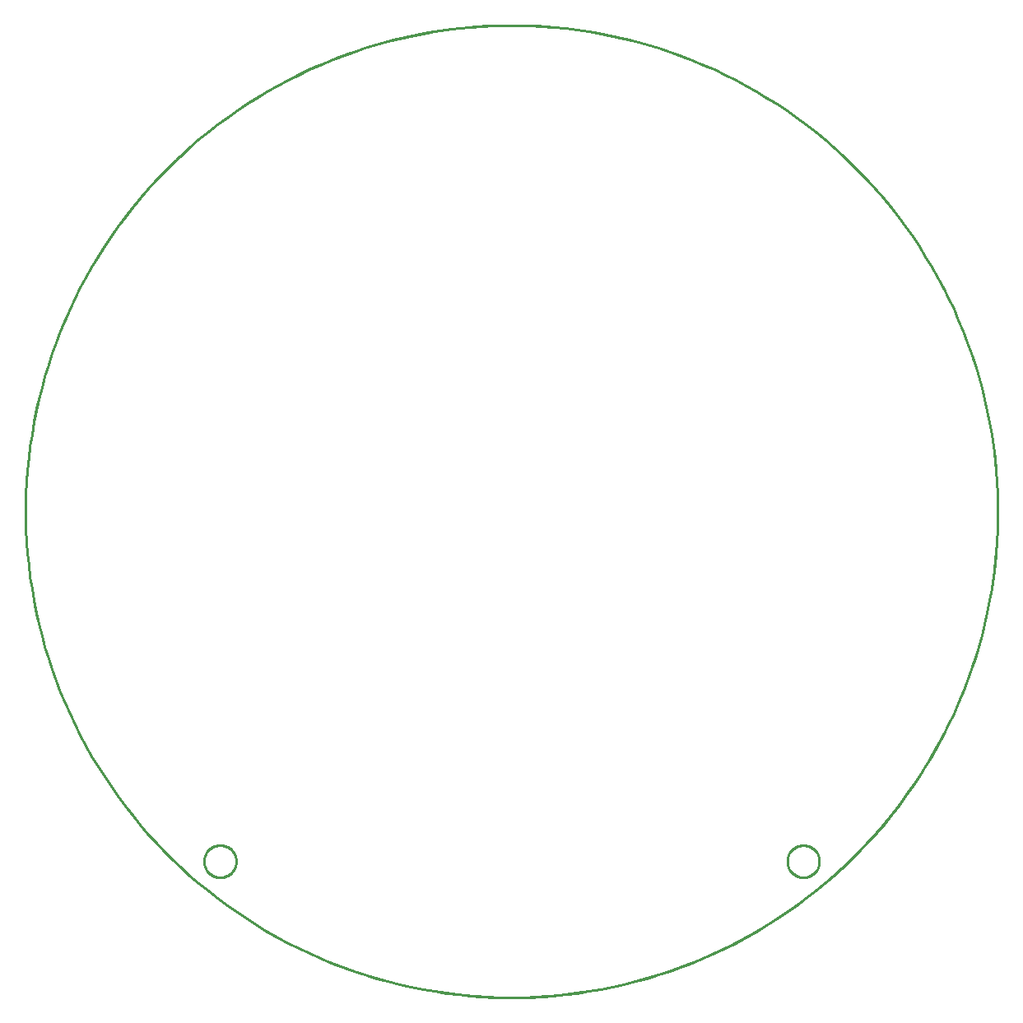
<source format=gko>
G04 EAGLE Gerber RS-274X export*
G75*
%MOMM*%
%FSLAX34Y34*%
%LPD*%
%INBoard Outline*%
%IPPOS*%
%AMOC8*
5,1,8,0,0,1.08239X$1,22.5*%
G01*
%ADD10C,0.152400*%
%ADD11C,0.000000*%
%ADD12C,0.254000*%


D10*
X0Y500000D02*
X151Y512271D01*
X602Y524534D01*
X1355Y536782D01*
X2408Y549009D01*
X3760Y561205D01*
X5412Y573365D01*
X7361Y585481D01*
X9607Y597545D01*
X12149Y609551D01*
X14984Y621490D01*
X18112Y633356D01*
X21530Y645142D01*
X25236Y656841D01*
X29228Y668445D01*
X33504Y679948D01*
X38060Y691342D01*
X42895Y702621D01*
X48005Y713778D01*
X53388Y724806D01*
X59039Y735698D01*
X64957Y746449D01*
X71136Y757051D01*
X77573Y767499D01*
X84265Y777785D01*
X91208Y787904D01*
X98396Y797850D01*
X105827Y807616D01*
X113495Y817197D01*
X121396Y826586D01*
X129524Y835779D01*
X137876Y844770D01*
X146447Y853553D01*
X155230Y862124D01*
X164221Y870476D01*
X173414Y878604D01*
X182803Y886505D01*
X192384Y894173D01*
X202150Y901604D01*
X212096Y908792D01*
X222215Y915735D01*
X232501Y922427D01*
X242949Y928864D01*
X253551Y935043D01*
X264302Y940961D01*
X275194Y946612D01*
X286222Y951995D01*
X297379Y957105D01*
X308658Y961940D01*
X320052Y966496D01*
X331555Y970772D01*
X343159Y974764D01*
X354858Y978470D01*
X366644Y981888D01*
X378510Y985016D01*
X390449Y987851D01*
X402455Y990393D01*
X414519Y992639D01*
X426635Y994588D01*
X438795Y996240D01*
X450991Y997592D01*
X463218Y998645D01*
X475466Y999398D01*
X487729Y999849D01*
X500000Y1000000D01*
X512271Y999849D01*
X524534Y999398D01*
X536782Y998645D01*
X549009Y997592D01*
X561205Y996240D01*
X573365Y994588D01*
X585481Y992639D01*
X597545Y990393D01*
X609551Y987851D01*
X621490Y985016D01*
X633356Y981888D01*
X645142Y978470D01*
X656841Y974764D01*
X668445Y970772D01*
X679948Y966496D01*
X691342Y961940D01*
X702621Y957105D01*
X713778Y951995D01*
X724806Y946612D01*
X735698Y940961D01*
X746449Y935043D01*
X757051Y928864D01*
X767499Y922427D01*
X777785Y915735D01*
X787904Y908792D01*
X797850Y901604D01*
X807616Y894173D01*
X817197Y886505D01*
X826586Y878604D01*
X835779Y870476D01*
X844770Y862124D01*
X853553Y853553D01*
X862124Y844770D01*
X870476Y835779D01*
X878604Y826586D01*
X886505Y817197D01*
X894173Y807616D01*
X901604Y797850D01*
X908792Y787904D01*
X915735Y777785D01*
X922427Y767499D01*
X928864Y757051D01*
X935043Y746449D01*
X940961Y735698D01*
X946612Y724806D01*
X951995Y713778D01*
X957105Y702621D01*
X961940Y691342D01*
X966496Y679948D01*
X970772Y668445D01*
X974764Y656841D01*
X978470Y645142D01*
X981888Y633356D01*
X985016Y621490D01*
X987851Y609551D01*
X990393Y597545D01*
X992639Y585481D01*
X994588Y573365D01*
X996240Y561205D01*
X997592Y549009D01*
X998645Y536782D01*
X999398Y524534D01*
X999849Y512271D01*
X1000000Y500000D01*
X999849Y487729D01*
X999398Y475466D01*
X998645Y463218D01*
X997592Y450991D01*
X996240Y438795D01*
X994588Y426635D01*
X992639Y414519D01*
X990393Y402455D01*
X987851Y390449D01*
X985016Y378510D01*
X981888Y366644D01*
X978470Y354858D01*
X974764Y343159D01*
X970772Y331555D01*
X966496Y320052D01*
X961940Y308658D01*
X957105Y297379D01*
X951995Y286222D01*
X946612Y275194D01*
X940961Y264302D01*
X935043Y253551D01*
X928864Y242949D01*
X922427Y232501D01*
X915735Y222215D01*
X908792Y212096D01*
X901604Y202150D01*
X894173Y192384D01*
X886505Y182803D01*
X878604Y173414D01*
X870476Y164221D01*
X862124Y155230D01*
X853553Y146447D01*
X844770Y137876D01*
X835779Y129524D01*
X826586Y121396D01*
X817197Y113495D01*
X807616Y105827D01*
X797850Y98396D01*
X787904Y91208D01*
X777785Y84265D01*
X767499Y77573D01*
X757051Y71136D01*
X746449Y64957D01*
X735698Y59039D01*
X724806Y53388D01*
X713778Y48005D01*
X702621Y42895D01*
X691342Y38060D01*
X679948Y33504D01*
X668445Y29228D01*
X656841Y25236D01*
X645142Y21530D01*
X633356Y18112D01*
X621490Y14984D01*
X609551Y12149D01*
X597545Y9607D01*
X585481Y7361D01*
X573365Y5412D01*
X561205Y3760D01*
X549009Y2408D01*
X536782Y1355D01*
X524534Y602D01*
X512271Y151D01*
X500000Y0D01*
X487729Y151D01*
X475466Y602D01*
X463218Y1355D01*
X450991Y2408D01*
X438795Y3760D01*
X426635Y5412D01*
X414519Y7361D01*
X402455Y9607D01*
X390449Y12149D01*
X378510Y14984D01*
X366644Y18112D01*
X354858Y21530D01*
X343159Y25236D01*
X331555Y29228D01*
X320052Y33504D01*
X308658Y38060D01*
X297379Y42895D01*
X286222Y48005D01*
X275194Y53388D01*
X264302Y59039D01*
X253551Y64957D01*
X242949Y71136D01*
X232501Y77573D01*
X222215Y84265D01*
X212096Y91208D01*
X202150Y98396D01*
X192384Y105827D01*
X182803Y113495D01*
X173414Y121396D01*
X164221Y129524D01*
X155230Y137876D01*
X146447Y146447D01*
X137876Y155230D01*
X129524Y164221D01*
X121396Y173414D01*
X113495Y182803D01*
X105827Y192384D01*
X98396Y202150D01*
X91208Y212096D01*
X84265Y222215D01*
X77573Y232501D01*
X71136Y242949D01*
X64957Y253551D01*
X59039Y264302D01*
X53388Y275194D01*
X48005Y286222D01*
X42895Y297379D01*
X38060Y308658D01*
X33504Y320052D01*
X29228Y331555D01*
X25236Y343159D01*
X21530Y354858D01*
X18112Y366644D01*
X14984Y378510D01*
X12149Y390449D01*
X9607Y402455D01*
X7361Y414519D01*
X5412Y426635D01*
X3760Y438795D01*
X2408Y450991D01*
X1355Y463218D01*
X602Y475466D01*
X151Y487729D01*
X0Y500000D01*
D11*
X183500Y140000D02*
X183505Y140405D01*
X183520Y140810D01*
X183545Y141214D01*
X183579Y141617D01*
X183624Y142020D01*
X183679Y142421D01*
X183743Y142821D01*
X183817Y143219D01*
X183901Y143615D01*
X183994Y144009D01*
X184098Y144401D01*
X184210Y144790D01*
X184333Y145176D01*
X184465Y145559D01*
X184606Y145938D01*
X184756Y146314D01*
X184916Y146686D01*
X185084Y147055D01*
X185262Y147419D01*
X185448Y147778D01*
X185644Y148133D01*
X185847Y148483D01*
X186060Y148827D01*
X186281Y149167D01*
X186510Y149501D01*
X186747Y149829D01*
X186992Y150151D01*
X187245Y150467D01*
X187506Y150777D01*
X187774Y151081D01*
X188050Y151377D01*
X188333Y151667D01*
X188623Y151950D01*
X188919Y152226D01*
X189223Y152494D01*
X189533Y152755D01*
X189849Y153008D01*
X190171Y153253D01*
X190499Y153490D01*
X190833Y153719D01*
X191173Y153940D01*
X191517Y154153D01*
X191867Y154356D01*
X192222Y154552D01*
X192581Y154738D01*
X192945Y154916D01*
X193314Y155084D01*
X193686Y155244D01*
X194062Y155394D01*
X194441Y155535D01*
X194824Y155667D01*
X195210Y155790D01*
X195599Y155902D01*
X195991Y156006D01*
X196385Y156099D01*
X196781Y156183D01*
X197179Y156257D01*
X197579Y156321D01*
X197980Y156376D01*
X198383Y156421D01*
X198786Y156455D01*
X199190Y156480D01*
X199595Y156495D01*
X200000Y156500D01*
X200405Y156495D01*
X200810Y156480D01*
X201214Y156455D01*
X201617Y156421D01*
X202020Y156376D01*
X202421Y156321D01*
X202821Y156257D01*
X203219Y156183D01*
X203615Y156099D01*
X204009Y156006D01*
X204401Y155902D01*
X204790Y155790D01*
X205176Y155667D01*
X205559Y155535D01*
X205938Y155394D01*
X206314Y155244D01*
X206686Y155084D01*
X207055Y154916D01*
X207419Y154738D01*
X207778Y154552D01*
X208133Y154356D01*
X208483Y154153D01*
X208827Y153940D01*
X209167Y153719D01*
X209501Y153490D01*
X209829Y153253D01*
X210151Y153008D01*
X210467Y152755D01*
X210777Y152494D01*
X211081Y152226D01*
X211377Y151950D01*
X211667Y151667D01*
X211950Y151377D01*
X212226Y151081D01*
X212494Y150777D01*
X212755Y150467D01*
X213008Y150151D01*
X213253Y149829D01*
X213490Y149501D01*
X213719Y149167D01*
X213940Y148827D01*
X214153Y148483D01*
X214356Y148133D01*
X214552Y147778D01*
X214738Y147419D01*
X214916Y147055D01*
X215084Y146686D01*
X215244Y146314D01*
X215394Y145938D01*
X215535Y145559D01*
X215667Y145176D01*
X215790Y144790D01*
X215902Y144401D01*
X216006Y144009D01*
X216099Y143615D01*
X216183Y143219D01*
X216257Y142821D01*
X216321Y142421D01*
X216376Y142020D01*
X216421Y141617D01*
X216455Y141214D01*
X216480Y140810D01*
X216495Y140405D01*
X216500Y140000D01*
X216495Y139595D01*
X216480Y139190D01*
X216455Y138786D01*
X216421Y138383D01*
X216376Y137980D01*
X216321Y137579D01*
X216257Y137179D01*
X216183Y136781D01*
X216099Y136385D01*
X216006Y135991D01*
X215902Y135599D01*
X215790Y135210D01*
X215667Y134824D01*
X215535Y134441D01*
X215394Y134062D01*
X215244Y133686D01*
X215084Y133314D01*
X214916Y132945D01*
X214738Y132581D01*
X214552Y132222D01*
X214356Y131867D01*
X214153Y131517D01*
X213940Y131173D01*
X213719Y130833D01*
X213490Y130499D01*
X213253Y130171D01*
X213008Y129849D01*
X212755Y129533D01*
X212494Y129223D01*
X212226Y128919D01*
X211950Y128623D01*
X211667Y128333D01*
X211377Y128050D01*
X211081Y127774D01*
X210777Y127506D01*
X210467Y127245D01*
X210151Y126992D01*
X209829Y126747D01*
X209501Y126510D01*
X209167Y126281D01*
X208827Y126060D01*
X208483Y125847D01*
X208133Y125644D01*
X207778Y125448D01*
X207419Y125262D01*
X207055Y125084D01*
X206686Y124916D01*
X206314Y124756D01*
X205938Y124606D01*
X205559Y124465D01*
X205176Y124333D01*
X204790Y124210D01*
X204401Y124098D01*
X204009Y123994D01*
X203615Y123901D01*
X203219Y123817D01*
X202821Y123743D01*
X202421Y123679D01*
X202020Y123624D01*
X201617Y123579D01*
X201214Y123545D01*
X200810Y123520D01*
X200405Y123505D01*
X200000Y123500D01*
X199595Y123505D01*
X199190Y123520D01*
X198786Y123545D01*
X198383Y123579D01*
X197980Y123624D01*
X197579Y123679D01*
X197179Y123743D01*
X196781Y123817D01*
X196385Y123901D01*
X195991Y123994D01*
X195599Y124098D01*
X195210Y124210D01*
X194824Y124333D01*
X194441Y124465D01*
X194062Y124606D01*
X193686Y124756D01*
X193314Y124916D01*
X192945Y125084D01*
X192581Y125262D01*
X192222Y125448D01*
X191867Y125644D01*
X191517Y125847D01*
X191173Y126060D01*
X190833Y126281D01*
X190499Y126510D01*
X190171Y126747D01*
X189849Y126992D01*
X189533Y127245D01*
X189223Y127506D01*
X188919Y127774D01*
X188623Y128050D01*
X188333Y128333D01*
X188050Y128623D01*
X187774Y128919D01*
X187506Y129223D01*
X187245Y129533D01*
X186992Y129849D01*
X186747Y130171D01*
X186510Y130499D01*
X186281Y130833D01*
X186060Y131173D01*
X185847Y131517D01*
X185644Y131867D01*
X185448Y132222D01*
X185262Y132581D01*
X185084Y132945D01*
X184916Y133314D01*
X184756Y133686D01*
X184606Y134062D01*
X184465Y134441D01*
X184333Y134824D01*
X184210Y135210D01*
X184098Y135599D01*
X183994Y135991D01*
X183901Y136385D01*
X183817Y136781D01*
X183743Y137179D01*
X183679Y137579D01*
X183624Y137980D01*
X183579Y138383D01*
X183545Y138786D01*
X183520Y139190D01*
X183505Y139595D01*
X183500Y140000D01*
X783500Y140000D02*
X783505Y140405D01*
X783520Y140810D01*
X783545Y141214D01*
X783579Y141617D01*
X783624Y142020D01*
X783679Y142421D01*
X783743Y142821D01*
X783817Y143219D01*
X783901Y143615D01*
X783994Y144009D01*
X784098Y144401D01*
X784210Y144790D01*
X784333Y145176D01*
X784465Y145559D01*
X784606Y145938D01*
X784756Y146314D01*
X784916Y146686D01*
X785084Y147055D01*
X785262Y147419D01*
X785448Y147778D01*
X785644Y148133D01*
X785847Y148483D01*
X786060Y148827D01*
X786281Y149167D01*
X786510Y149501D01*
X786747Y149829D01*
X786992Y150151D01*
X787245Y150467D01*
X787506Y150777D01*
X787774Y151081D01*
X788050Y151377D01*
X788333Y151667D01*
X788623Y151950D01*
X788919Y152226D01*
X789223Y152494D01*
X789533Y152755D01*
X789849Y153008D01*
X790171Y153253D01*
X790499Y153490D01*
X790833Y153719D01*
X791173Y153940D01*
X791517Y154153D01*
X791867Y154356D01*
X792222Y154552D01*
X792581Y154738D01*
X792945Y154916D01*
X793314Y155084D01*
X793686Y155244D01*
X794062Y155394D01*
X794441Y155535D01*
X794824Y155667D01*
X795210Y155790D01*
X795599Y155902D01*
X795991Y156006D01*
X796385Y156099D01*
X796781Y156183D01*
X797179Y156257D01*
X797579Y156321D01*
X797980Y156376D01*
X798383Y156421D01*
X798786Y156455D01*
X799190Y156480D01*
X799595Y156495D01*
X800000Y156500D01*
X800405Y156495D01*
X800810Y156480D01*
X801214Y156455D01*
X801617Y156421D01*
X802020Y156376D01*
X802421Y156321D01*
X802821Y156257D01*
X803219Y156183D01*
X803615Y156099D01*
X804009Y156006D01*
X804401Y155902D01*
X804790Y155790D01*
X805176Y155667D01*
X805559Y155535D01*
X805938Y155394D01*
X806314Y155244D01*
X806686Y155084D01*
X807055Y154916D01*
X807419Y154738D01*
X807778Y154552D01*
X808133Y154356D01*
X808483Y154153D01*
X808827Y153940D01*
X809167Y153719D01*
X809501Y153490D01*
X809829Y153253D01*
X810151Y153008D01*
X810467Y152755D01*
X810777Y152494D01*
X811081Y152226D01*
X811377Y151950D01*
X811667Y151667D01*
X811950Y151377D01*
X812226Y151081D01*
X812494Y150777D01*
X812755Y150467D01*
X813008Y150151D01*
X813253Y149829D01*
X813490Y149501D01*
X813719Y149167D01*
X813940Y148827D01*
X814153Y148483D01*
X814356Y148133D01*
X814552Y147778D01*
X814738Y147419D01*
X814916Y147055D01*
X815084Y146686D01*
X815244Y146314D01*
X815394Y145938D01*
X815535Y145559D01*
X815667Y145176D01*
X815790Y144790D01*
X815902Y144401D01*
X816006Y144009D01*
X816099Y143615D01*
X816183Y143219D01*
X816257Y142821D01*
X816321Y142421D01*
X816376Y142020D01*
X816421Y141617D01*
X816455Y141214D01*
X816480Y140810D01*
X816495Y140405D01*
X816500Y140000D01*
X816495Y139595D01*
X816480Y139190D01*
X816455Y138786D01*
X816421Y138383D01*
X816376Y137980D01*
X816321Y137579D01*
X816257Y137179D01*
X816183Y136781D01*
X816099Y136385D01*
X816006Y135991D01*
X815902Y135599D01*
X815790Y135210D01*
X815667Y134824D01*
X815535Y134441D01*
X815394Y134062D01*
X815244Y133686D01*
X815084Y133314D01*
X814916Y132945D01*
X814738Y132581D01*
X814552Y132222D01*
X814356Y131867D01*
X814153Y131517D01*
X813940Y131173D01*
X813719Y130833D01*
X813490Y130499D01*
X813253Y130171D01*
X813008Y129849D01*
X812755Y129533D01*
X812494Y129223D01*
X812226Y128919D01*
X811950Y128623D01*
X811667Y128333D01*
X811377Y128050D01*
X811081Y127774D01*
X810777Y127506D01*
X810467Y127245D01*
X810151Y126992D01*
X809829Y126747D01*
X809501Y126510D01*
X809167Y126281D01*
X808827Y126060D01*
X808483Y125847D01*
X808133Y125644D01*
X807778Y125448D01*
X807419Y125262D01*
X807055Y125084D01*
X806686Y124916D01*
X806314Y124756D01*
X805938Y124606D01*
X805559Y124465D01*
X805176Y124333D01*
X804790Y124210D01*
X804401Y124098D01*
X804009Y123994D01*
X803615Y123901D01*
X803219Y123817D01*
X802821Y123743D01*
X802421Y123679D01*
X802020Y123624D01*
X801617Y123579D01*
X801214Y123545D01*
X800810Y123520D01*
X800405Y123505D01*
X800000Y123500D01*
X799595Y123505D01*
X799190Y123520D01*
X798786Y123545D01*
X798383Y123579D01*
X797980Y123624D01*
X797579Y123679D01*
X797179Y123743D01*
X796781Y123817D01*
X796385Y123901D01*
X795991Y123994D01*
X795599Y124098D01*
X795210Y124210D01*
X794824Y124333D01*
X794441Y124465D01*
X794062Y124606D01*
X793686Y124756D01*
X793314Y124916D01*
X792945Y125084D01*
X792581Y125262D01*
X792222Y125448D01*
X791867Y125644D01*
X791517Y125847D01*
X791173Y126060D01*
X790833Y126281D01*
X790499Y126510D01*
X790171Y126747D01*
X789849Y126992D01*
X789533Y127245D01*
X789223Y127506D01*
X788919Y127774D01*
X788623Y128050D01*
X788333Y128333D01*
X788050Y128623D01*
X787774Y128919D01*
X787506Y129223D01*
X787245Y129533D01*
X786992Y129849D01*
X786747Y130171D01*
X786510Y130499D01*
X786281Y130833D01*
X786060Y131173D01*
X785847Y131517D01*
X785644Y131867D01*
X785448Y132222D01*
X785262Y132581D01*
X785084Y132945D01*
X784916Y133314D01*
X784756Y133686D01*
X784606Y134062D01*
X784465Y134441D01*
X784333Y134824D01*
X784210Y135210D01*
X784098Y135599D01*
X783994Y135991D01*
X783901Y136385D01*
X783817Y136781D01*
X783743Y137179D01*
X783679Y137579D01*
X783624Y137980D01*
X783579Y138383D01*
X783545Y138786D01*
X783520Y139190D01*
X783505Y139595D01*
X783500Y140000D01*
D12*
X1000000Y493864D02*
X1000000Y506136D01*
X999699Y518405D01*
X999097Y530663D01*
X998194Y542902D01*
X996991Y555115D01*
X995489Y567295D01*
X993688Y579435D01*
X991590Y591527D01*
X989196Y603564D01*
X986507Y615538D01*
X983525Y627442D01*
X980251Y639270D01*
X976689Y651014D01*
X972839Y662667D01*
X968705Y674222D01*
X964288Y685673D01*
X959592Y697011D01*
X954618Y708230D01*
X949371Y719325D01*
X943853Y730287D01*
X938068Y741110D01*
X932019Y751788D01*
X925710Y762315D01*
X919144Y772683D01*
X912326Y782887D01*
X905259Y792921D01*
X897948Y802778D01*
X890398Y812453D01*
X882612Y821940D01*
X874596Y831233D01*
X866355Y840326D01*
X857892Y849214D01*
X849214Y857892D01*
X840326Y866355D01*
X831233Y874596D01*
X821940Y882612D01*
X812453Y890398D01*
X802778Y897948D01*
X792921Y905259D01*
X782887Y912326D01*
X772683Y919144D01*
X762315Y925710D01*
X751788Y932019D01*
X741110Y938068D01*
X730287Y943853D01*
X719325Y949371D01*
X708230Y954618D01*
X697011Y959592D01*
X685673Y964288D01*
X674222Y968705D01*
X662667Y972839D01*
X651014Y976689D01*
X639270Y980251D01*
X627442Y983525D01*
X615538Y986507D01*
X603564Y989196D01*
X591527Y991590D01*
X579435Y993688D01*
X567295Y995489D01*
X555115Y996991D01*
X542902Y998194D01*
X530663Y999097D01*
X518405Y999699D01*
X506136Y1000000D01*
X493864Y1000000D01*
X481595Y999699D01*
X469337Y999097D01*
X457098Y998194D01*
X444885Y996991D01*
X432705Y995489D01*
X420565Y993688D01*
X408473Y991590D01*
X396437Y989196D01*
X384462Y986507D01*
X372558Y983525D01*
X360730Y980251D01*
X348986Y976689D01*
X337333Y972839D01*
X325778Y968705D01*
X314327Y964288D01*
X302989Y959592D01*
X291770Y954618D01*
X280675Y949371D01*
X269713Y943853D01*
X258890Y938068D01*
X248212Y932019D01*
X237685Y925710D01*
X227317Y919144D01*
X217113Y912326D01*
X207079Y905259D01*
X197222Y897948D01*
X187547Y890398D01*
X178060Y882612D01*
X168767Y874596D01*
X159674Y866355D01*
X150786Y857892D01*
X142108Y849214D01*
X133645Y840326D01*
X125404Y831233D01*
X117388Y821940D01*
X109602Y812453D01*
X102052Y802778D01*
X94741Y792921D01*
X87674Y782887D01*
X80856Y772683D01*
X74290Y762315D01*
X67981Y751788D01*
X61932Y741110D01*
X56147Y730287D01*
X50629Y719325D01*
X45382Y708230D01*
X40408Y697011D01*
X35712Y685673D01*
X31295Y674222D01*
X27161Y662667D01*
X23311Y651014D01*
X19749Y639270D01*
X16475Y627442D01*
X13493Y615538D01*
X10804Y603564D01*
X8410Y591527D01*
X6312Y579435D01*
X4511Y567295D01*
X3009Y555115D01*
X1806Y542902D01*
X903Y530663D01*
X301Y518405D01*
X0Y506136D01*
X0Y493864D01*
X301Y481595D01*
X903Y469337D01*
X1806Y457098D01*
X3009Y444885D01*
X4511Y432705D01*
X6312Y420565D01*
X8410Y408473D01*
X10804Y396437D01*
X13493Y384462D01*
X16475Y372558D01*
X19749Y360730D01*
X23311Y348986D01*
X27161Y337333D01*
X31295Y325778D01*
X35712Y314327D01*
X40408Y302989D01*
X45382Y291770D01*
X50629Y280675D01*
X56147Y269713D01*
X61932Y258890D01*
X67981Y248212D01*
X74290Y237685D01*
X80856Y227317D01*
X87674Y217113D01*
X94741Y207079D01*
X102052Y197222D01*
X109602Y187547D01*
X117388Y178060D01*
X125404Y168767D01*
X133645Y159674D01*
X142108Y150786D01*
X150786Y142108D01*
X159674Y133645D01*
X168767Y125404D01*
X178060Y117388D01*
X187547Y109602D01*
X197222Y102052D01*
X207079Y94741D01*
X217113Y87674D01*
X227317Y80856D01*
X237685Y74290D01*
X248212Y67981D01*
X258890Y61932D01*
X269713Y56147D01*
X280675Y50629D01*
X291770Y45382D01*
X302989Y40408D01*
X314327Y35712D01*
X325778Y31295D01*
X337333Y27161D01*
X348986Y23311D01*
X360730Y19749D01*
X372558Y16475D01*
X384462Y13493D01*
X396437Y10804D01*
X408473Y8410D01*
X420565Y6312D01*
X432705Y4511D01*
X444885Y3009D01*
X457098Y1806D01*
X469337Y903D01*
X481595Y301D01*
X493864Y0D01*
X506136Y0D01*
X518405Y301D01*
X530663Y903D01*
X542902Y1806D01*
X555115Y3009D01*
X567295Y4511D01*
X579435Y6312D01*
X591527Y8410D01*
X603564Y10804D01*
X615538Y13493D01*
X627442Y16475D01*
X639270Y19749D01*
X651014Y23311D01*
X662667Y27161D01*
X674222Y31295D01*
X685673Y35712D01*
X697011Y40408D01*
X708230Y45382D01*
X719325Y50629D01*
X730287Y56147D01*
X741110Y61932D01*
X751788Y67981D01*
X762315Y74290D01*
X772683Y80856D01*
X782887Y87674D01*
X792921Y94741D01*
X802778Y102052D01*
X812453Y109602D01*
X821940Y117388D01*
X831233Y125404D01*
X840326Y133645D01*
X849214Y142108D01*
X857892Y150786D01*
X866355Y159674D01*
X874596Y168767D01*
X882612Y178060D01*
X890398Y187547D01*
X897948Y197222D01*
X905259Y207079D01*
X912326Y217113D01*
X919144Y227317D01*
X925710Y237685D01*
X932019Y248212D01*
X938068Y258890D01*
X943853Y269713D01*
X949371Y280675D01*
X954618Y291770D01*
X959592Y302989D01*
X964288Y314327D01*
X968705Y325778D01*
X972839Y337333D01*
X976689Y348986D01*
X980251Y360730D01*
X983525Y372558D01*
X986507Y384462D01*
X989196Y396437D01*
X991590Y408473D01*
X993688Y420565D01*
X995489Y432705D01*
X996991Y444885D01*
X998194Y457098D01*
X999097Y469337D01*
X999699Y481595D01*
X1000000Y493864D01*
X216500Y139460D02*
X216429Y138382D01*
X216288Y137311D01*
X216078Y136251D01*
X215798Y135208D01*
X215451Y134185D01*
X215037Y133187D01*
X214560Y132218D01*
X214019Y131282D01*
X213419Y130384D01*
X212762Y129527D01*
X212049Y128715D01*
X211285Y127951D01*
X210473Y127239D01*
X209616Y126581D01*
X208718Y125981D01*
X207782Y125441D01*
X206813Y124963D01*
X205815Y124549D01*
X204792Y124202D01*
X203749Y123922D01*
X202689Y123712D01*
X201618Y123571D01*
X200540Y123500D01*
X199460Y123500D01*
X198382Y123571D01*
X197311Y123712D01*
X196251Y123922D01*
X195208Y124202D01*
X194185Y124549D01*
X193187Y124963D01*
X192218Y125441D01*
X191282Y125981D01*
X190384Y126581D01*
X189527Y127239D01*
X188715Y127951D01*
X187951Y128715D01*
X187239Y129527D01*
X186581Y130384D01*
X185981Y131282D01*
X185441Y132218D01*
X184963Y133187D01*
X184549Y134185D01*
X184202Y135208D01*
X183922Y136251D01*
X183712Y137311D01*
X183571Y138382D01*
X183500Y139460D01*
X183500Y140540D01*
X183571Y141618D01*
X183712Y142689D01*
X183922Y143749D01*
X184202Y144792D01*
X184549Y145815D01*
X184963Y146813D01*
X185441Y147782D01*
X185981Y148718D01*
X186581Y149616D01*
X187239Y150473D01*
X187951Y151285D01*
X188715Y152049D01*
X189527Y152762D01*
X190384Y153419D01*
X191282Y154019D01*
X192218Y154560D01*
X193187Y155037D01*
X194185Y155451D01*
X195208Y155798D01*
X196251Y156078D01*
X197311Y156288D01*
X198382Y156429D01*
X199460Y156500D01*
X200540Y156500D01*
X201618Y156429D01*
X202689Y156288D01*
X203749Y156078D01*
X204792Y155798D01*
X205815Y155451D01*
X206813Y155037D01*
X207782Y154560D01*
X208718Y154019D01*
X209616Y153419D01*
X210473Y152762D01*
X211285Y152049D01*
X212049Y151285D01*
X212762Y150473D01*
X213419Y149616D01*
X214019Y148718D01*
X214560Y147782D01*
X215037Y146813D01*
X215451Y145815D01*
X215798Y144792D01*
X216078Y143749D01*
X216288Y142689D01*
X216429Y141618D01*
X216500Y140540D01*
X216500Y139460D01*
X816500Y139460D02*
X816429Y138382D01*
X816288Y137311D01*
X816078Y136251D01*
X815798Y135208D01*
X815451Y134185D01*
X815037Y133187D01*
X814560Y132218D01*
X814019Y131282D01*
X813419Y130384D01*
X812762Y129527D01*
X812049Y128715D01*
X811285Y127951D01*
X810473Y127239D01*
X809616Y126581D01*
X808718Y125981D01*
X807782Y125441D01*
X806813Y124963D01*
X805815Y124549D01*
X804792Y124202D01*
X803749Y123922D01*
X802689Y123712D01*
X801618Y123571D01*
X800540Y123500D01*
X799460Y123500D01*
X798382Y123571D01*
X797311Y123712D01*
X796251Y123922D01*
X795208Y124202D01*
X794185Y124549D01*
X793187Y124963D01*
X792218Y125441D01*
X791282Y125981D01*
X790384Y126581D01*
X789527Y127239D01*
X788715Y127951D01*
X787951Y128715D01*
X787239Y129527D01*
X786581Y130384D01*
X785981Y131282D01*
X785441Y132218D01*
X784963Y133187D01*
X784549Y134185D01*
X784202Y135208D01*
X783922Y136251D01*
X783712Y137311D01*
X783571Y138382D01*
X783500Y139460D01*
X783500Y140540D01*
X783571Y141618D01*
X783712Y142689D01*
X783922Y143749D01*
X784202Y144792D01*
X784549Y145815D01*
X784963Y146813D01*
X785441Y147782D01*
X785981Y148718D01*
X786581Y149616D01*
X787239Y150473D01*
X787951Y151285D01*
X788715Y152049D01*
X789527Y152762D01*
X790384Y153419D01*
X791282Y154019D01*
X792218Y154560D01*
X793187Y155037D01*
X794185Y155451D01*
X795208Y155798D01*
X796251Y156078D01*
X797311Y156288D01*
X798382Y156429D01*
X799460Y156500D01*
X800540Y156500D01*
X801618Y156429D01*
X802689Y156288D01*
X803749Y156078D01*
X804792Y155798D01*
X805815Y155451D01*
X806813Y155037D01*
X807782Y154560D01*
X808718Y154019D01*
X809616Y153419D01*
X810473Y152762D01*
X811285Y152049D01*
X812049Y151285D01*
X812762Y150473D01*
X813419Y149616D01*
X814019Y148718D01*
X814560Y147782D01*
X815037Y146813D01*
X815451Y145815D01*
X815798Y144792D01*
X816078Y143749D01*
X816288Y142689D01*
X816429Y141618D01*
X816500Y140540D01*
X816500Y139460D01*
M02*

</source>
